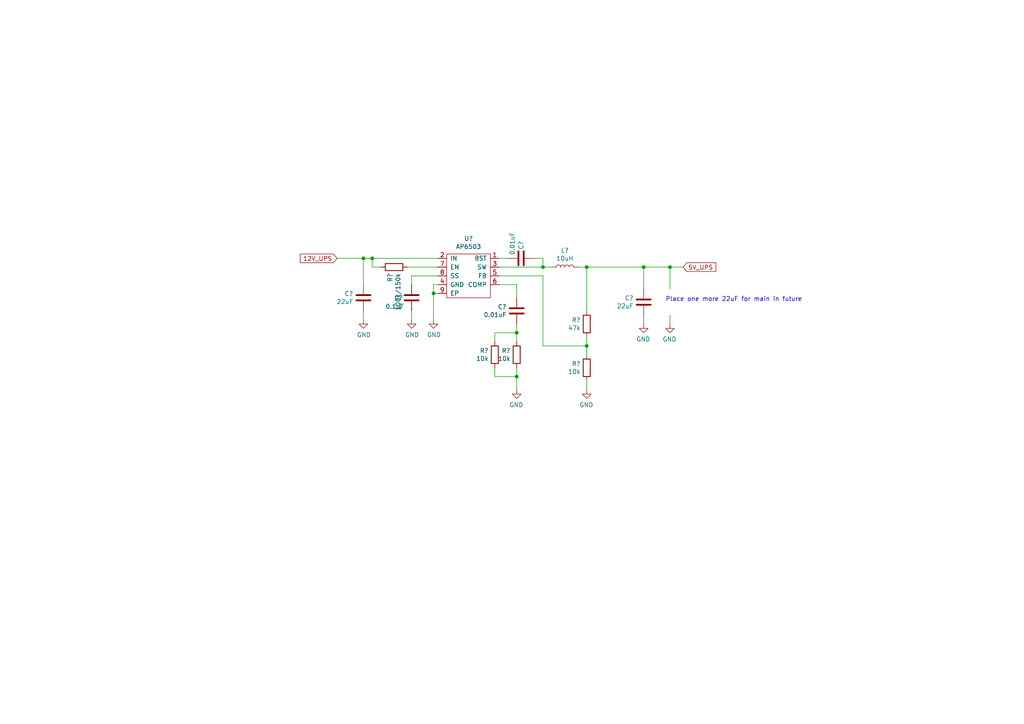
<source format=kicad_sch>
(kicad_sch (version 20211123) (generator eeschema)
  (paper "A4")
  (lib_symbols
    (symbol "Device:C" (pin_numbers hide) (pin_names (offset 0.254))
      (property "Reference" "C" (at 0.635 2.54 0))
      (property "Value" "C" (at 0.635 -2.54 0))
      (symbol "C_0_1"
        (polyline (pts (xy -2.032 -0.762) (xy 2.032 -0.762)) (stroke (width 0.508)))
        (polyline (pts (xy -2.032 0.762) (xy 2.032 0.762)) (stroke (width 0.508)))
      )
      (symbol "C_1_1"
        (pin passive line (at 0 3.81 270) (length 2.794) (name "~") (number "1"))
        (pin passive line (at 0 -3.81 90) (length 2.794) (name "~") (number "2"))
      )
    )
    (symbol "Device:L" (pin_numbers hide) (pin_names (offset 1.016) hide)
      (property "Reference" "L" (at -1.27 0 90))
      (property "Value" "L" (at 1.905 0 90))
      (symbol "L_0_1"
        (arc (start 0 -2.54) (mid 0.635 -1.905) (end 0 -1.27))
        (arc (start 0 -1.27) (mid 0.635 -0.635) (end 0 0))
        (arc (start 0 0) (mid 0.635 0.635) (end 0 1.27))
        (arc (start 0 1.27) (mid 0.635 1.905) (end 0 2.54))
      )
      (symbol "L_1_1"
        (pin passive line (at 0 3.81 270) (length 1.27) (name "1") (number "1"))
        (pin passive line (at 0 -3.81 90) (length 1.27) (name "2") (number "2"))
      )
    )
    (symbol "Device:R" (pin_numbers hide) (pin_names (offset 0))
      (property "Reference" "R" (at 2.032 0 90))
      (property "Value" "R" (at 0 0 90))
      (symbol "R_0_1"
        (rectangle (start -1.016 -2.54) (end 1.016 2.54) (stroke (width 0.254)))
      )
      (symbol "R_1_1"
        (pin passive line (at 0 3.81 270) (length 1.27) (name "~") (number "1"))
        (pin passive line (at 0 -3.81 90) (length 1.27) (name "~") (number "2"))
      )
    )
    (symbol "Ninja-qPCR:AP6503" (pin_names (offset 1.016))
      (property "Reference" "U" (at 0 6.35 0))
      (property "Value" "Ninja-qPCR_AP6503" (at 0 -8.89 0))
      (symbol "AP6503_0_1"
        (rectangle (start -6.35 5.08) (end 6.35 -7.62))
      )
      (symbol "AP6503_1_1"
        (pin input line (at 8.89 3.81 180) (length 2.54) (name "BST") (number "1"))
        (pin input line (at -8.89 3.81 0) (length 2.54) (name "IN") (number "2"))
        (pin input line (at 8.89 1.27 180) (length 2.54) (name "SW") (number "3"))
        (pin input line (at -8.89 -3.81 0) (length 2.54) (name "GND") (number "4"))
        (pin input line (at 8.89 -1.27 180) (length 2.54) (name "FB") (number "5"))
        (pin input line (at 8.89 -3.81 180) (length 2.54) (name "COMP") (number "6"))
        (pin input line (at -8.89 1.27 0) (length 2.54) (name "EN") (number "7"))
        (pin input line (at -8.89 -1.27 0) (length 2.54) (name "SS") (number "8"))
        (pin input line (at -8.89 -6.35 0) (length 2.54) (name "EP") (number "9"))
      )
    )
    (symbol "power:GND" (power) (pin_names (offset 0))
      (property "Value" "GND" (at 0 -3.81 0))
      (symbol "GND_0_1"
        (polyline (pts (xy 0 0) (xy 0 -1.27) (xy 1.27 -1.27) (xy 0 -2.54) (xy -1.27 -1.27) (xy 0 -1.27)))
      )
      (symbol "GND_1_1"
        (pin power_in line (at 0 0 270) (length 0) hide (name "GND") (number "1"))
      )
    )
  )
  (junction (at 125.73 85.09))
  (junction (at 107.95 74.93))
  (junction (at 157.48 77.47))
  (junction (at 194.31 77.47))
  (junction (at 105.41 74.93))
  (junction (at 149.86 96.52))
  (junction (at 170.18 77.47))
  (junction (at 170.18 100.33))
  (junction (at 149.86 109.22))
  (junction (at 186.69 77.47))
  (wire (pts (xy 170.18 77.47) (xy 167.64 77.47)))
  (wire (pts (xy 157.48 100.33) (xy 157.48 80.01)))
  (wire (pts (xy 110.49 77.47) (xy 107.95 77.47)))
  (wire (pts (xy 194.31 93.98) (xy 194.31 91.44)))
  (wire (pts (xy 170.18 113.03) (xy 170.18 110.49)))
  (wire (pts (xy 157.48 74.93) (xy 157.48 77.47)))
  (wire (pts (xy 149.86 109.22) (xy 149.86 113.03)))
  (wire (pts (xy 119.38 80.01) (xy 119.38 82.55)))
  (wire (pts (xy 149.86 82.55) (xy 149.86 86.36)))
  (wire (pts (xy 143.51 99.06) (xy 143.51 96.52)))
  (wire (pts (xy 107.95 77.47) (xy 107.95 74.93)))
  (wire (pts (xy 170.18 102.87) (xy 170.18 100.33)))
  (wire (pts (xy 149.86 106.68) (xy 149.86 109.22)))
  (wire (pts (xy 147.32 74.93) (xy 144.78 74.93)))
  (wire (pts (xy 186.69 77.47) (xy 186.69 83.82)))
  (wire (pts (xy 186.69 93.98) (xy 186.69 91.44)))
  (wire (pts (xy 105.41 74.93) (xy 97.79 74.93)))
  (wire (pts (xy 125.73 82.55) (xy 125.73 85.09)))
  (wire (pts (xy 105.41 74.93) (xy 105.41 82.55)))
  (wire (pts (xy 144.78 80.01) (xy 157.48 80.01)))
  (wire (pts (xy 107.95 74.93) (xy 127 74.93)))
  (wire (pts (xy 127 82.55) (xy 125.73 82.55)))
  (wire (pts (xy 105.41 92.71) (xy 105.41 90.17)))
  (wire (pts (xy 157.48 77.47) (xy 160.02 77.47)))
  (wire (pts (xy 170.18 77.47) (xy 186.69 77.47)))
  (wire (pts (xy 194.31 77.47) (xy 198.12 77.47)))
  (wire (pts (xy 186.69 77.47) (xy 194.31 77.47)))
  (wire (pts (xy 125.73 85.09) (xy 125.73 92.71)))
  (wire (pts (xy 143.51 109.22) (xy 149.86 109.22)))
  (wire (pts (xy 143.51 96.52) (xy 149.86 96.52)))
  (wire (pts (xy 105.41 74.93) (xy 107.95 74.93)))
  (wire (pts (xy 143.51 106.68) (xy 143.51 109.22)))
  (wire (pts (xy 144.78 82.55) (xy 149.86 82.55)))
  (wire (pts (xy 127 85.09) (xy 125.73 85.09)))
  (wire (pts (xy 119.38 92.71) (xy 119.38 90.17)))
  (wire (pts (xy 119.38 80.01) (xy 127 80.01)))
  (wire (pts (xy 149.86 93.98) (xy 149.86 96.52)))
  (wire (pts (xy 154.94 74.93) (xy 157.48 74.93)))
  (wire (pts (xy 170.18 77.47) (xy 170.18 90.17)))
  (wire (pts (xy 170.18 100.33) (xy 170.18 97.79)))
  (wire (pts (xy 118.11 77.47) (xy 127 77.47)))
  (wire (pts (xy 157.48 100.33) (xy 170.18 100.33)))
  (wire (pts (xy 194.31 83.82) (xy 194.31 77.47)))
  (wire (pts (xy 144.78 77.47) (xy 157.48 77.47)))
  (wire (pts (xy 149.86 96.52) (xy 149.86 99.06)))
  (text "Place one more 22uF for main in future" (at 193.04 87.63 0) (effects (font (size 1.27 1.27)) (justify left bottom)))
  (global_label "5V_UPS" (shape input) (at 198.12 77.47 0) (property "Intersheet References" "${INTERSHEET_REFS}" (effects hide)))
  (global_label "12V_UPS" (shape input) (at 97.79 74.93 180) (property "Intersheet References" "${INTERSHEET_REFS}" (effects hide)))
  (symbol (lib_id "Device:L") (at 163.83 77.47 270) (mirror x) (unit 1)
    (property "Reference" "L?" (at 163.83 72.644 90))
    (property "Value" "10uH" (at 163.83 74.9554 90))
    (property "Footprint" "Ninja-qPCR:VLS6045EX-3R3N" (effects hide))
  )
  (symbol (lib_id "power:GND") (at 149.86 113.03 0) (mirror y) (unit 1)
    (property "Reference" "#PWR?" (effects hide))
    (property "Value" "GND" (at 149.733 117.4242 0))
  )
  (symbol (lib_id "Device:R") (at 149.86 102.87 0) (mirror y) (unit 1)
    (property "Reference" "R?" (at 148.082 101.7016 0) (effects (justify left)))
    (property "Value" "10k" (at 148.082 104.013 0) (effects (justify left)))
    (property "Footprint" "Resistors_SMD:R_0603" (effects hide))
  )
  (symbol (lib_id "power:GND") (at 105.41 92.71 0) (unit 1)
    (property "Reference" "#PWR?" (effects hide))
    (property "Value" "GND" (at 105.537 97.1042 0))
  )
  (symbol (lib_id "Device:C") (at 105.41 86.36 0) (mirror x) (unit 1)
    (property "Reference" "C?" (at 102.489 85.1916 0) (effects (justify right)))
    (property "Value" "22uF" (at 102.489 87.503 0) (effects (justify right)))
    (property "Footprint" "Capacitors_SMD:C_1210" (effects hide))
  )
  (symbol (lib_id "power:GND") (at 194.31 93.98 0) (mirror y) (unit 1)
    (property "Reference" "#PWR?" (effects hide))
    (property "Value" "GND" (at 194.183 98.3742 0))
  )
  (symbol (lib_id "power:GND") (at 170.18 113.03 0) (mirror y) (unit 1)
    (property "Reference" "#PWR?" (effects hide))
    (property "Value" "GND" (at 170.053 117.4242 0))
  )
  (symbol (lib_id "power:GND") (at 119.38 92.71 0) (unit 1)
    (property "Reference" "#PWR?" (effects hide))
    (property "Value" "GND" (at 119.507 97.1042 0))
  )
  (symbol (lib_id "Device:R") (at 170.18 106.68 0) (mirror y) (unit 1)
    (property "Reference" "R?" (at 168.402 105.5116 0) (effects (justify left)))
    (property "Value" "10k" (at 168.402 107.823 0) (effects (justify left)))
    (property "Footprint" "Resistors_SMD:R_0603" (effects hide))
  )
  (symbol (lib_id "Device:C") (at 186.69 87.63 0) (mirror x) (unit 1)
    (property "Reference" "C?" (at 183.769 86.4616 0) (effects (justify right)))
    (property "Value" "22uF" (at 183.769 88.773 0) (effects (justify right)))
    (property "Footprint" "Capacitors_SMD:C_1210" (effects hide))
  )
  (symbol (lib_id "Device:R") (at 114.3 77.47 90) (mirror x) (unit 1)
    (property "Reference" "R?" (at 113.1316 79.248 0) (effects (justify left)))
    (property "Value" "100k/150k" (at 115.443 79.248 0) (effects (justify left)))
    (property "Footprint" "Resistors_SMD:R_0603" (effects hide))
  )
  (symbol (lib_id "Device:R") (at 143.51 102.87 0) (mirror y) (unit 1)
    (property "Reference" "R?" (at 141.732 101.7016 0) (effects (justify left)))
    (property "Value" "10k" (at 141.732 104.013 0) (effects (justify left)))
    (property "Footprint" "Resistors_SMD:R_0603" (effects hide))
  )
  (symbol (lib_id "Device:C") (at 119.38 86.36 180) (unit 1)
    (property "Reference" "C?" (at 114.3 86.36 0) (effects (justify right)))
    (property "Value" "0.1uF" (at 111.76 88.9 0) (effects (justify right)))
    (property "Footprint" "Capacitors_SMD:C_0603" (effects hide))
  )
  (symbol (lib_id "Device:R") (at 170.18 93.98 0) (mirror y) (unit 1)
    (property "Reference" "R?" (at 168.402 92.8116 0) (effects (justify left)))
    (property "Value" "47k" (at 168.402 95.123 0) (effects (justify left)))
    (property "Footprint" "Resistors_SMD:R_0603" (effects hide))
  )
  (symbol (lib_id "power:GND") (at 186.69 93.98 0) (mirror y) (unit 1)
    (property "Reference" "#PWR?" (effects hide))
    (property "Value" "GND" (at 186.563 98.3742 0))
  )
  (symbol (lib_id "Device:C") (at 151.13 74.93 90) (unit 1)
    (property "Reference" "C?" (at 151.13 69.85 0) (effects (justify right)))
    (property "Value" "0.01uF" (at 148.59 67.31 0) (effects (justify right)))
    (property "Footprint" "Capacitors_SMD:C_0603" (effects hide))
  )
  (symbol (lib_id "Device:C") (at 149.86 90.17 0) (mirror x) (unit 1)
    (property "Reference" "C?" (at 146.939 89.0016 0) (effects (justify right)))
    (property "Value" "0.01uF" (at 146.939 91.313 0) (effects (justify right)))
    (property "Footprint" "Capacitors_SMD:C_0603" (effects hide))
  )
  (symbol (lib_id "Ninja-qPCR:AP6503") (at 135.89 78.74 0) (unit 1)
    (property "Reference" "U?" (at 135.89 69.215 0))
    (property "Value" "AP6503" (at 135.89 71.5264 0))
    (property "Footprint" "Ninja-qPCR:AP6503" (effects hide))
  )
  (symbol (lib_id "power:GND") (at 125.73 92.71 0) (unit 1)
    (property "Reference" "#PWR?" (effects hide))
    (property "Value" "GND" (at 125.857 97.1042 0))
  )
)
</source>
